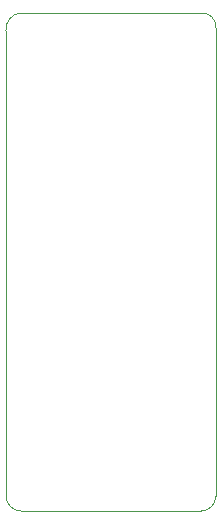
<source format=gbr>
%TF.GenerationSoftware,KiCad,Pcbnew,(6.0.7)*%
%TF.CreationDate,2023-07-03T12:47:38-04:00*%
%TF.ProjectId,atmega328pb_v2_breakout,61746d65-6761-4333-9238-70625f76325f,rev?*%
%TF.SameCoordinates,Original*%
%TF.FileFunction,Profile,NP*%
%FSLAX46Y46*%
G04 Gerber Fmt 4.6, Leading zero omitted, Abs format (unit mm)*
G04 Created by KiCad (PCBNEW (6.0.7)) date 2023-07-03 12:47:38*
%MOMM*%
%LPD*%
G01*
G04 APERTURE LIST*
%TA.AperFunction,Profile*%
%ADD10C,0.100000*%
%TD*%
G04 APERTURE END LIST*
D10*
X97790000Y-46736000D02*
X113030000Y-46736000D01*
X114300000Y-48006000D02*
X114300000Y-87630000D01*
X113030000Y-88900000D02*
X97790000Y-88900000D01*
X96520000Y-87630000D02*
G75*
G03*
X97790000Y-88900000I1279000J9000D01*
G01*
X113030000Y-88900000D02*
G75*
G03*
X114300000Y-87630000I8000J1262000D01*
G01*
X96520000Y-87630000D02*
X96520000Y-48260000D01*
X114300000Y-48006000D02*
G75*
G03*
X113030000Y-46736000I-1177100J92900D01*
G01*
X97789995Y-46735946D02*
G75*
G03*
X96520000Y-48260000I115305J-1387254D01*
G01*
M02*

</source>
